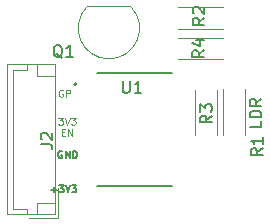
<source format=gbr>
%TF.GenerationSoftware,KiCad,Pcbnew,(7.0.0)*%
%TF.CreationDate,2023-12-21T13:59:44+01:00*%
%TF.ProjectId,LDR,4c44522e-6b69-4636-9164-5f7063625858,rev?*%
%TF.SameCoordinates,Original*%
%TF.FileFunction,Legend,Top*%
%TF.FilePolarity,Positive*%
%FSLAX46Y46*%
G04 Gerber Fmt 4.6, Leading zero omitted, Abs format (unit mm)*
G04 Created by KiCad (PCBNEW (7.0.0)) date 2023-12-21 13:59:44*
%MOMM*%
%LPD*%
G01*
G04 APERTURE LIST*
%ADD10C,0.125000*%
%ADD11C,0.150000*%
%ADD12C,0.200000*%
%ADD13C,0.120000*%
%ADD14C,0.127000*%
G04 APERTURE END LIST*
D10*
X205708342Y-62786828D02*
X206079770Y-62786828D01*
X206079770Y-62786828D02*
X205879770Y-63015400D01*
X205879770Y-63015400D02*
X205965485Y-63015400D01*
X205965485Y-63015400D02*
X206022628Y-63043971D01*
X206022628Y-63043971D02*
X206051199Y-63072542D01*
X206051199Y-63072542D02*
X206079770Y-63129685D01*
X206079770Y-63129685D02*
X206079770Y-63272542D01*
X206079770Y-63272542D02*
X206051199Y-63329685D01*
X206051199Y-63329685D02*
X206022628Y-63358257D01*
X206022628Y-63358257D02*
X205965485Y-63386828D01*
X205965485Y-63386828D02*
X205794056Y-63386828D01*
X205794056Y-63386828D02*
X205736913Y-63358257D01*
X205736913Y-63358257D02*
X205708342Y-63329685D01*
X206251199Y-62786828D02*
X206451199Y-63386828D01*
X206451199Y-63386828D02*
X206651199Y-62786828D01*
X206794057Y-62786828D02*
X207165485Y-62786828D01*
X207165485Y-62786828D02*
X206965485Y-63015400D01*
X206965485Y-63015400D02*
X207051200Y-63015400D01*
X207051200Y-63015400D02*
X207108343Y-63043971D01*
X207108343Y-63043971D02*
X207136914Y-63072542D01*
X207136914Y-63072542D02*
X207165485Y-63129685D01*
X207165485Y-63129685D02*
X207165485Y-63272542D01*
X207165485Y-63272542D02*
X207136914Y-63329685D01*
X207136914Y-63329685D02*
X207108343Y-63358257D01*
X207108343Y-63358257D02*
X207051200Y-63386828D01*
X207051200Y-63386828D02*
X206879771Y-63386828D01*
X206879771Y-63386828D02*
X206822628Y-63358257D01*
X206822628Y-63358257D02*
X206794057Y-63329685D01*
X206008343Y-64044542D02*
X206208343Y-64044542D01*
X206294057Y-64358828D02*
X206008343Y-64358828D01*
X206008343Y-64358828D02*
X206008343Y-63758828D01*
X206008343Y-63758828D02*
X206294057Y-63758828D01*
X206551200Y-64358828D02*
X206551200Y-63758828D01*
X206551200Y-63758828D02*
X206894057Y-64358828D01*
X206894057Y-64358828D02*
X206894057Y-63758828D01*
D11*
X205089257Y-68876657D02*
X205546400Y-68876657D01*
X205317828Y-69105228D02*
X205317828Y-68648085D01*
X205774971Y-68505228D02*
X206146399Y-68505228D01*
X206146399Y-68505228D02*
X205946399Y-68733800D01*
X205946399Y-68733800D02*
X206032114Y-68733800D01*
X206032114Y-68733800D02*
X206089257Y-68762371D01*
X206089257Y-68762371D02*
X206117828Y-68790942D01*
X206117828Y-68790942D02*
X206146399Y-68848085D01*
X206146399Y-68848085D02*
X206146399Y-68990942D01*
X206146399Y-68990942D02*
X206117828Y-69048085D01*
X206117828Y-69048085D02*
X206089257Y-69076657D01*
X206089257Y-69076657D02*
X206032114Y-69105228D01*
X206032114Y-69105228D02*
X205860685Y-69105228D01*
X205860685Y-69105228D02*
X205803542Y-69076657D01*
X205803542Y-69076657D02*
X205774971Y-69048085D01*
X206317828Y-68505228D02*
X206517828Y-69105228D01*
X206517828Y-69105228D02*
X206717828Y-68505228D01*
X206860686Y-68505228D02*
X207232114Y-68505228D01*
X207232114Y-68505228D02*
X207032114Y-68733800D01*
X207032114Y-68733800D02*
X207117829Y-68733800D01*
X207117829Y-68733800D02*
X207174972Y-68762371D01*
X207174972Y-68762371D02*
X207203543Y-68790942D01*
X207203543Y-68790942D02*
X207232114Y-68848085D01*
X207232114Y-68848085D02*
X207232114Y-68990942D01*
X207232114Y-68990942D02*
X207203543Y-69048085D01*
X207203543Y-69048085D02*
X207174972Y-69076657D01*
X207174972Y-69076657D02*
X207117829Y-69105228D01*
X207117829Y-69105228D02*
X206946400Y-69105228D01*
X206946400Y-69105228D02*
X206889257Y-69076657D01*
X206889257Y-69076657D02*
X206860686Y-69048085D01*
D12*
X222896780Y-63098276D02*
X222896780Y-63574466D01*
X222896780Y-63574466D02*
X221896780Y-63574466D01*
X222896780Y-62764942D02*
X221896780Y-62764942D01*
X221896780Y-62764942D02*
X221896780Y-62526847D01*
X221896780Y-62526847D02*
X221944400Y-62383990D01*
X221944400Y-62383990D02*
X222039638Y-62288752D01*
X222039638Y-62288752D02*
X222134876Y-62241133D01*
X222134876Y-62241133D02*
X222325352Y-62193514D01*
X222325352Y-62193514D02*
X222468209Y-62193514D01*
X222468209Y-62193514D02*
X222658685Y-62241133D01*
X222658685Y-62241133D02*
X222753923Y-62288752D01*
X222753923Y-62288752D02*
X222849161Y-62383990D01*
X222849161Y-62383990D02*
X222896780Y-62526847D01*
X222896780Y-62526847D02*
X222896780Y-62764942D01*
X222896780Y-61193514D02*
X222420590Y-61526847D01*
X222896780Y-61764942D02*
X221896780Y-61764942D01*
X221896780Y-61764942D02*
X221896780Y-61383990D01*
X221896780Y-61383990D02*
X221944400Y-61288752D01*
X221944400Y-61288752D02*
X221992019Y-61241133D01*
X221992019Y-61241133D02*
X222087257Y-61193514D01*
X222087257Y-61193514D02*
X222230114Y-61193514D01*
X222230114Y-61193514D02*
X222325352Y-61241133D01*
X222325352Y-61241133D02*
X222372971Y-61288752D01*
X222372971Y-61288752D02*
X222420590Y-61383990D01*
X222420590Y-61383990D02*
X222420590Y-61764942D01*
D11*
X206019457Y-65638200D02*
X205962315Y-65609628D01*
X205962315Y-65609628D02*
X205876600Y-65609628D01*
X205876600Y-65609628D02*
X205790886Y-65638200D01*
X205790886Y-65638200D02*
X205733743Y-65695342D01*
X205733743Y-65695342D02*
X205705172Y-65752485D01*
X205705172Y-65752485D02*
X205676600Y-65866771D01*
X205676600Y-65866771D02*
X205676600Y-65952485D01*
X205676600Y-65952485D02*
X205705172Y-66066771D01*
X205705172Y-66066771D02*
X205733743Y-66123914D01*
X205733743Y-66123914D02*
X205790886Y-66181057D01*
X205790886Y-66181057D02*
X205876600Y-66209628D01*
X205876600Y-66209628D02*
X205933743Y-66209628D01*
X205933743Y-66209628D02*
X206019457Y-66181057D01*
X206019457Y-66181057D02*
X206048029Y-66152485D01*
X206048029Y-66152485D02*
X206048029Y-65952485D01*
X206048029Y-65952485D02*
X205933743Y-65952485D01*
X206305172Y-66209628D02*
X206305172Y-65609628D01*
X206305172Y-65609628D02*
X206648029Y-66209628D01*
X206648029Y-66209628D02*
X206648029Y-65609628D01*
X206933743Y-66209628D02*
X206933743Y-65609628D01*
X206933743Y-65609628D02*
X207076600Y-65609628D01*
X207076600Y-65609628D02*
X207162314Y-65638200D01*
X207162314Y-65638200D02*
X207219457Y-65695342D01*
X207219457Y-65695342D02*
X207248028Y-65752485D01*
X207248028Y-65752485D02*
X207276600Y-65866771D01*
X207276600Y-65866771D02*
X207276600Y-65952485D01*
X207276600Y-65952485D02*
X207248028Y-66066771D01*
X207248028Y-66066771D02*
X207219457Y-66123914D01*
X207219457Y-66123914D02*
X207162314Y-66181057D01*
X207162314Y-66181057D02*
X207076600Y-66209628D01*
X207076600Y-66209628D02*
X206933743Y-66209628D01*
D10*
X206054342Y-60456600D02*
X205997200Y-60428028D01*
X205997200Y-60428028D02*
X205911485Y-60428028D01*
X205911485Y-60428028D02*
X205825771Y-60456600D01*
X205825771Y-60456600D02*
X205768628Y-60513742D01*
X205768628Y-60513742D02*
X205740057Y-60570885D01*
X205740057Y-60570885D02*
X205711485Y-60685171D01*
X205711485Y-60685171D02*
X205711485Y-60770885D01*
X205711485Y-60770885D02*
X205740057Y-60885171D01*
X205740057Y-60885171D02*
X205768628Y-60942314D01*
X205768628Y-60942314D02*
X205825771Y-60999457D01*
X205825771Y-60999457D02*
X205911485Y-61028028D01*
X205911485Y-61028028D02*
X205968628Y-61028028D01*
X205968628Y-61028028D02*
X206054342Y-60999457D01*
X206054342Y-60999457D02*
X206082914Y-60970885D01*
X206082914Y-60970885D02*
X206082914Y-60770885D01*
X206082914Y-60770885D02*
X205968628Y-60770885D01*
X206340057Y-61028028D02*
X206340057Y-60428028D01*
X206340057Y-60428028D02*
X206568628Y-60428028D01*
X206568628Y-60428028D02*
X206625771Y-60456600D01*
X206625771Y-60456600D02*
X206654342Y-60485171D01*
X206654342Y-60485171D02*
X206682914Y-60542314D01*
X206682914Y-60542314D02*
X206682914Y-60628028D01*
X206682914Y-60628028D02*
X206654342Y-60685171D01*
X206654342Y-60685171D02*
X206625771Y-60713742D01*
X206625771Y-60713742D02*
X206568628Y-60742314D01*
X206568628Y-60742314D02*
X206340057Y-60742314D01*
D11*
%TO.C,R1*%
X222998380Y-65393866D02*
X222522190Y-65727199D01*
X222998380Y-65965294D02*
X221998380Y-65965294D01*
X221998380Y-65965294D02*
X221998380Y-65584342D01*
X221998380Y-65584342D02*
X222046000Y-65489104D01*
X222046000Y-65489104D02*
X222093619Y-65441485D01*
X222093619Y-65441485D02*
X222188857Y-65393866D01*
X222188857Y-65393866D02*
X222331714Y-65393866D01*
X222331714Y-65393866D02*
X222426952Y-65441485D01*
X222426952Y-65441485D02*
X222474571Y-65489104D01*
X222474571Y-65489104D02*
X222522190Y-65584342D01*
X222522190Y-65584342D02*
X222522190Y-65965294D01*
X222998380Y-64441485D02*
X222998380Y-65012913D01*
X222998380Y-64727199D02*
X221998380Y-64727199D01*
X221998380Y-64727199D02*
X222141238Y-64822437D01*
X222141238Y-64822437D02*
X222236476Y-64917675D01*
X222236476Y-64917675D02*
X222284095Y-65012913D01*
%TO.C,R2*%
X218070780Y-54344866D02*
X217594590Y-54678199D01*
X218070780Y-54916294D02*
X217070780Y-54916294D01*
X217070780Y-54916294D02*
X217070780Y-54535342D01*
X217070780Y-54535342D02*
X217118400Y-54440104D01*
X217118400Y-54440104D02*
X217166019Y-54392485D01*
X217166019Y-54392485D02*
X217261257Y-54344866D01*
X217261257Y-54344866D02*
X217404114Y-54344866D01*
X217404114Y-54344866D02*
X217499352Y-54392485D01*
X217499352Y-54392485D02*
X217546971Y-54440104D01*
X217546971Y-54440104D02*
X217594590Y-54535342D01*
X217594590Y-54535342D02*
X217594590Y-54916294D01*
X217166019Y-53963913D02*
X217118400Y-53916294D01*
X217118400Y-53916294D02*
X217070780Y-53821056D01*
X217070780Y-53821056D02*
X217070780Y-53582961D01*
X217070780Y-53582961D02*
X217118400Y-53487723D01*
X217118400Y-53487723D02*
X217166019Y-53440104D01*
X217166019Y-53440104D02*
X217261257Y-53392485D01*
X217261257Y-53392485D02*
X217356495Y-53392485D01*
X217356495Y-53392485D02*
X217499352Y-53440104D01*
X217499352Y-53440104D02*
X218070780Y-54011532D01*
X218070780Y-54011532D02*
X218070780Y-53392485D01*
%TO.C,R3*%
X218705780Y-62625266D02*
X218229590Y-62958599D01*
X218705780Y-63196694D02*
X217705780Y-63196694D01*
X217705780Y-63196694D02*
X217705780Y-62815742D01*
X217705780Y-62815742D02*
X217753400Y-62720504D01*
X217753400Y-62720504D02*
X217801019Y-62672885D01*
X217801019Y-62672885D02*
X217896257Y-62625266D01*
X217896257Y-62625266D02*
X218039114Y-62625266D01*
X218039114Y-62625266D02*
X218134352Y-62672885D01*
X218134352Y-62672885D02*
X218181971Y-62720504D01*
X218181971Y-62720504D02*
X218229590Y-62815742D01*
X218229590Y-62815742D02*
X218229590Y-63196694D01*
X217705780Y-62291932D02*
X217705780Y-61672885D01*
X217705780Y-61672885D02*
X218086733Y-62006218D01*
X218086733Y-62006218D02*
X218086733Y-61863361D01*
X218086733Y-61863361D02*
X218134352Y-61768123D01*
X218134352Y-61768123D02*
X218181971Y-61720504D01*
X218181971Y-61720504D02*
X218277209Y-61672885D01*
X218277209Y-61672885D02*
X218515304Y-61672885D01*
X218515304Y-61672885D02*
X218610542Y-61720504D01*
X218610542Y-61720504D02*
X218658161Y-61768123D01*
X218658161Y-61768123D02*
X218705780Y-61863361D01*
X218705780Y-61863361D02*
X218705780Y-62149075D01*
X218705780Y-62149075D02*
X218658161Y-62244313D01*
X218658161Y-62244313D02*
X218610542Y-62291932D01*
%TO.C,R4*%
X218045380Y-57088066D02*
X217569190Y-57421399D01*
X218045380Y-57659494D02*
X217045380Y-57659494D01*
X217045380Y-57659494D02*
X217045380Y-57278542D01*
X217045380Y-57278542D02*
X217093000Y-57183304D01*
X217093000Y-57183304D02*
X217140619Y-57135685D01*
X217140619Y-57135685D02*
X217235857Y-57088066D01*
X217235857Y-57088066D02*
X217378714Y-57088066D01*
X217378714Y-57088066D02*
X217473952Y-57135685D01*
X217473952Y-57135685D02*
X217521571Y-57183304D01*
X217521571Y-57183304D02*
X217569190Y-57278542D01*
X217569190Y-57278542D02*
X217569190Y-57659494D01*
X217378714Y-56230923D02*
X218045380Y-56230923D01*
X216997761Y-56469018D02*
X217712047Y-56707113D01*
X217712047Y-56707113D02*
X217712047Y-56088066D01*
%TO.C,Q1*%
X206025761Y-57739619D02*
X205930523Y-57692000D01*
X205930523Y-57692000D02*
X205835285Y-57596761D01*
X205835285Y-57596761D02*
X205692428Y-57453904D01*
X205692428Y-57453904D02*
X205597190Y-57406285D01*
X205597190Y-57406285D02*
X205501952Y-57406285D01*
X205549571Y-57644380D02*
X205454333Y-57596761D01*
X205454333Y-57596761D02*
X205359095Y-57501523D01*
X205359095Y-57501523D02*
X205311476Y-57311047D01*
X205311476Y-57311047D02*
X205311476Y-56977714D01*
X205311476Y-56977714D02*
X205359095Y-56787238D01*
X205359095Y-56787238D02*
X205454333Y-56692000D01*
X205454333Y-56692000D02*
X205549571Y-56644380D01*
X205549571Y-56644380D02*
X205740047Y-56644380D01*
X205740047Y-56644380D02*
X205835285Y-56692000D01*
X205835285Y-56692000D02*
X205930523Y-56787238D01*
X205930523Y-56787238D02*
X205978142Y-56977714D01*
X205978142Y-56977714D02*
X205978142Y-57311047D01*
X205978142Y-57311047D02*
X205930523Y-57501523D01*
X205930523Y-57501523D02*
X205835285Y-57596761D01*
X205835285Y-57596761D02*
X205740047Y-57644380D01*
X205740047Y-57644380D02*
X205549571Y-57644380D01*
X206930523Y-57644380D02*
X206359095Y-57644380D01*
X206644809Y-57644380D02*
X206644809Y-56644380D01*
X206644809Y-56644380D02*
X206549571Y-56787238D01*
X206549571Y-56787238D02*
X206454333Y-56882476D01*
X206454333Y-56882476D02*
X206359095Y-56930095D01*
%TO.C,J2*%
X204192980Y-65052533D02*
X204907266Y-65052533D01*
X204907266Y-65052533D02*
X205050123Y-65100152D01*
X205050123Y-65100152D02*
X205145361Y-65195390D01*
X205145361Y-65195390D02*
X205192980Y-65338247D01*
X205192980Y-65338247D02*
X205192980Y-65433485D01*
X204288219Y-64623961D02*
X204240600Y-64576342D01*
X204240600Y-64576342D02*
X204192980Y-64481104D01*
X204192980Y-64481104D02*
X204192980Y-64243009D01*
X204192980Y-64243009D02*
X204240600Y-64147771D01*
X204240600Y-64147771D02*
X204288219Y-64100152D01*
X204288219Y-64100152D02*
X204383457Y-64052533D01*
X204383457Y-64052533D02*
X204478695Y-64052533D01*
X204478695Y-64052533D02*
X204621552Y-64100152D01*
X204621552Y-64100152D02*
X205192980Y-64671580D01*
X205192980Y-64671580D02*
X205192980Y-64052533D01*
%TO.C,U1*%
X211157895Y-59692380D02*
X211157895Y-60501904D01*
X211157895Y-60501904D02*
X211205514Y-60597142D01*
X211205514Y-60597142D02*
X211253133Y-60644761D01*
X211253133Y-60644761D02*
X211348371Y-60692380D01*
X211348371Y-60692380D02*
X211538847Y-60692380D01*
X211538847Y-60692380D02*
X211634085Y-60644761D01*
X211634085Y-60644761D02*
X211681704Y-60597142D01*
X211681704Y-60597142D02*
X211729323Y-60501904D01*
X211729323Y-60501904D02*
X211729323Y-59692380D01*
X212729323Y-60692380D02*
X212157895Y-60692380D01*
X212443609Y-60692380D02*
X212443609Y-59692380D01*
X212443609Y-59692380D02*
X212348371Y-59835238D01*
X212348371Y-59835238D02*
X212253133Y-59930476D01*
X212253133Y-59930476D02*
X212157895Y-59978095D01*
D13*
%TO.C,R1*%
X219653600Y-64226200D02*
X219653600Y-60386200D01*
X221493600Y-64226200D02*
X221493600Y-60386200D01*
%TO.C,R2*%
X219674200Y-55276000D02*
X215834200Y-55276000D01*
X219674200Y-53436000D02*
X215834200Y-53436000D01*
%TO.C,R3*%
X219131400Y-60411600D02*
X219131400Y-64251600D01*
X217291400Y-60411600D02*
X217291400Y-64251600D01*
%TO.C,R4*%
X215834200Y-56026800D02*
X219674200Y-56026800D01*
X215834200Y-57866800D02*
X219674200Y-57866800D01*
%TO.C,Q1*%
X211781800Y-53365200D02*
X208181800Y-53365200D01*
X209981800Y-57815200D02*
G75*
G03*
X211820278Y-53376722I0J2600000D01*
G01*
X208143322Y-53376722D02*
G75*
G03*
X209981800Y-57815200I1838478J-1838478D01*
G01*
%TO.C,J2*%
X203183000Y-71283000D02*
X205683000Y-71283000D01*
X205683000Y-71283000D02*
X205683000Y-68783000D01*
X201363000Y-70983000D02*
X205383000Y-70983000D01*
X203073000Y-70983000D02*
X203073000Y-70483000D01*
X203883000Y-70983000D02*
X203883000Y-69983000D01*
X205383000Y-70983000D02*
X205383000Y-58263000D01*
X201863000Y-70483000D02*
X201863000Y-58763000D01*
X203073000Y-70483000D02*
X201863000Y-70483000D01*
X203883000Y-69983000D02*
X205383000Y-69983000D01*
X203883000Y-59263000D02*
X205383000Y-59263000D01*
X201863000Y-58763000D02*
X203073000Y-58763000D01*
X203073000Y-58763000D02*
X203073000Y-58263000D01*
X201363000Y-58263000D02*
X201363000Y-70983000D01*
X203883000Y-58263000D02*
X203883000Y-59263000D01*
X205383000Y-58263000D02*
X201363000Y-58263000D01*
D14*
%TO.C,U1*%
X208991200Y-58984400D02*
X215341200Y-58984400D01*
X208991200Y-68574400D02*
X215341200Y-68574400D01*
D12*
X207231200Y-59969400D02*
G75*
G03*
X207231200Y-59969400I-100000J0D01*
G01*
%TD*%
M02*

</source>
